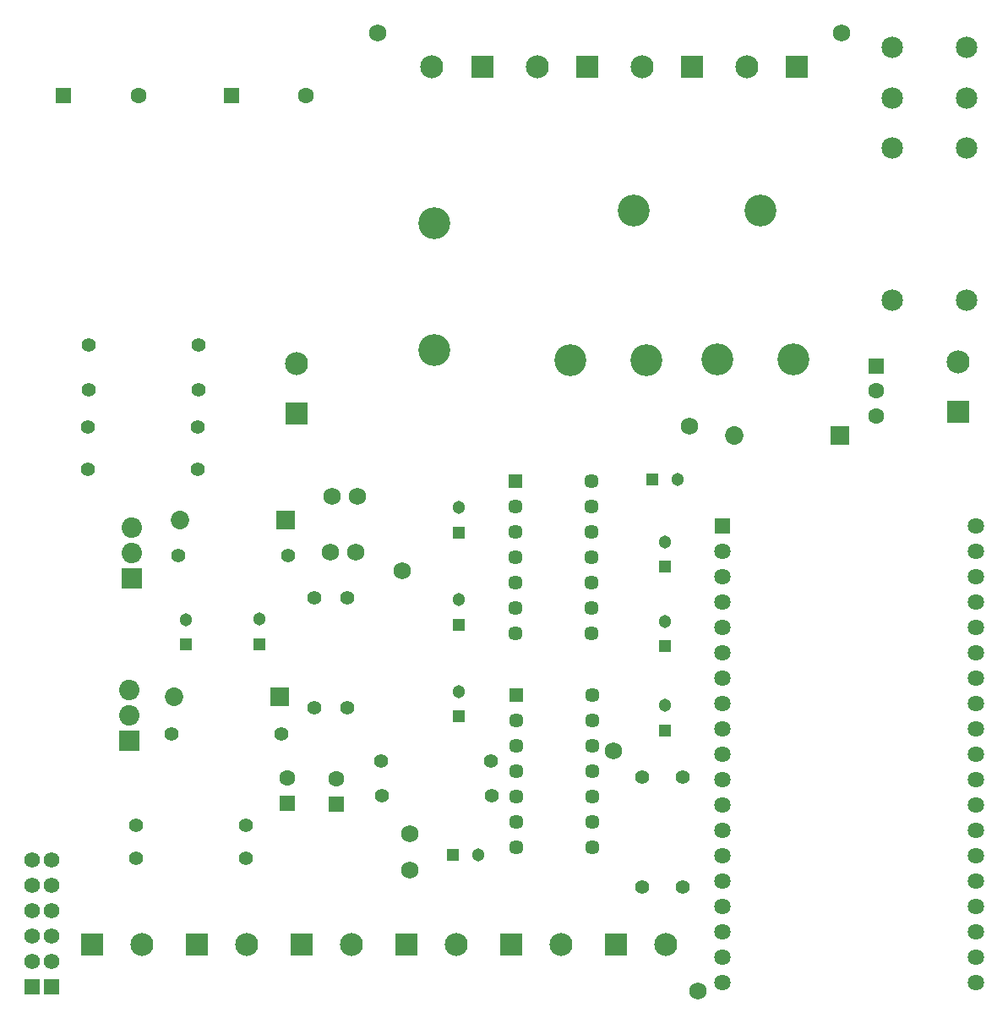
<source format=gts>
G04*
G04 #@! TF.GenerationSoftware,Altium Limited,Altium Designer,23.8.1 (32)*
G04*
G04 Layer_Color=8388736*
%FSLAX44Y44*%
%MOMM*%
G71*
G04*
G04 #@! TF.SameCoordinates,2C0D8033-C631-4263-A1FA-4DCE3A031024*
G04*
G04*
G04 #@! TF.FilePolarity,Negative*
G04*
G01*
G75*
%ADD13C,1.3032*%
%ADD14R,1.3032X1.3032*%
%ADD15R,1.3032X1.3032*%
%ADD16R,1.5732X1.5732*%
%ADD17C,1.5732*%
%ADD18C,2.3032*%
%ADD19R,2.3032X2.3032*%
%ADD20R,1.6032X1.6032*%
%ADD21C,1.6032*%
%ADD22R,1.6300X1.6300*%
%ADD23C,1.6300*%
%ADD24R,1.8532X1.8532*%
%ADD25C,1.8532*%
%ADD26C,1.7272*%
%ADD27C,3.2032*%
%ADD28R,1.6032X1.6032*%
%ADD29C,1.4032*%
%ADD30R,2.3032X2.3032*%
%ADD31R,1.4532X1.4532*%
%ADD32C,1.4532*%
%ADD33C,2.1532*%
%ADD34C,2.0482*%
%ADD35R,2.0482X2.0482*%
D13*
X1458780Y1213358D02*
D03*
X1239520Y1001576D02*
D03*
X966470Y1073404D02*
D03*
X1039876Y1073966D02*
D03*
X1446276Y987552D02*
D03*
X1446280Y1151382D02*
D03*
Y1071626D02*
D03*
X1258878Y838200D02*
D03*
X1239520Y1185780D02*
D03*
Y1093270D02*
D03*
D14*
X1433780Y1213358D02*
D03*
X1233878Y838200D02*
D03*
D15*
X1239520Y976576D02*
D03*
X966470Y1048404D02*
D03*
X1039876Y1048966D02*
D03*
X1446276Y962552D02*
D03*
X1446280Y1126382D02*
D03*
Y1046626D02*
D03*
X1239520Y1160780D02*
D03*
Y1068270D02*
D03*
D16*
X811784Y705612D02*
D03*
X831596Y705610D02*
D03*
D17*
X811784Y731012D02*
D03*
Y756412D02*
D03*
Y781812D02*
D03*
Y807212D02*
D03*
Y832612D02*
D03*
X831596Y731010D02*
D03*
Y756410D02*
D03*
Y781810D02*
D03*
Y807210D02*
D03*
Y832610D02*
D03*
D18*
X1447254Y747710D02*
D03*
X1739900Y1331576D02*
D03*
X1236980Y747710D02*
D03*
X1342098D02*
D03*
X1423054Y1627124D02*
D03*
X1318044D02*
D03*
X1212888D02*
D03*
X1528064D02*
D03*
X1076706Y1329652D02*
D03*
X1132078Y747710D02*
D03*
X1027138D02*
D03*
X922020D02*
D03*
D19*
X1397254D02*
D03*
X1186980D02*
D03*
X1292098D02*
D03*
X1473054Y1627124D02*
D03*
X1368044D02*
D03*
X1262888D02*
D03*
X1578064D02*
D03*
X1082078Y747710D02*
D03*
X977138D02*
D03*
X872020D02*
D03*
D20*
X1011612Y1597910D02*
D03*
X843626Y1597914D02*
D03*
D21*
X1086612Y1597910D02*
D03*
X918626Y1597914D02*
D03*
X1116838Y913638D02*
D03*
X1067562Y914654D02*
D03*
X1657658Y1302258D02*
D03*
Y1277258D02*
D03*
D22*
X1503680Y1167130D02*
D03*
D23*
Y1141730D02*
D03*
Y1116330D02*
D03*
Y1090930D02*
D03*
Y1065530D02*
D03*
Y1040130D02*
D03*
Y1014730D02*
D03*
Y989330D02*
D03*
Y963930D02*
D03*
Y938530D02*
D03*
Y913130D02*
D03*
Y887730D02*
D03*
Y862330D02*
D03*
Y836930D02*
D03*
Y811530D02*
D03*
Y786130D02*
D03*
Y760730D02*
D03*
Y735330D02*
D03*
Y709930D02*
D03*
X1757680D02*
D03*
Y735330D02*
D03*
Y760730D02*
D03*
Y786130D02*
D03*
Y811530D02*
D03*
Y836930D02*
D03*
Y862330D02*
D03*
Y887730D02*
D03*
Y913130D02*
D03*
Y938530D02*
D03*
Y963930D02*
D03*
Y989330D02*
D03*
Y1014730D02*
D03*
Y1040130D02*
D03*
Y1065530D02*
D03*
Y1090930D02*
D03*
Y1116330D02*
D03*
Y1141730D02*
D03*
Y1167130D02*
D03*
D24*
X1621704Y1258062D02*
D03*
X1066460Y1173226D02*
D03*
X1060110Y995934D02*
D03*
D25*
X1515704Y1258062D02*
D03*
X960460Y1173226D02*
D03*
X954110Y995934D02*
D03*
D26*
X1470914Y1267460D02*
D03*
X1112774Y1196594D02*
D03*
X1138174D02*
D03*
X1157986Y1660650D02*
D03*
X1623314Y1660652D02*
D03*
X1183132Y1122680D02*
D03*
X1190244Y822960D02*
D03*
X1479550Y701548D02*
D03*
X1190240Y859282D02*
D03*
X1394206Y941578D02*
D03*
X1110996Y1140968D02*
D03*
X1136396D02*
D03*
D27*
X1427480Y1333500D02*
D03*
X1214882Y1343406D02*
D03*
Y1470406D02*
D03*
X1414780Y1483106D02*
D03*
X1541780D02*
D03*
X1351280Y1333500D02*
D03*
X1498854Y1333754D02*
D03*
X1575054D02*
D03*
D28*
X1116838Y888238D02*
D03*
X1067562Y889254D02*
D03*
X1657658Y1327258D02*
D03*
D29*
X1026432Y867664D02*
D03*
X916432D02*
D03*
X1026550Y834644D02*
D03*
X916550D02*
D03*
X1128014Y1095130D02*
D03*
Y985130D02*
D03*
X868036Y1223772D02*
D03*
X978036D02*
D03*
X978038Y1265936D02*
D03*
X868038D02*
D03*
X1463548Y915552D02*
D03*
Y805552D02*
D03*
X1422908D02*
D03*
Y915552D02*
D03*
X1068460Y1137666D02*
D03*
X958460D02*
D03*
X1062110Y959104D02*
D03*
X952110D02*
D03*
X1161660Y931418D02*
D03*
X1271660D02*
D03*
X1272930Y896874D02*
D03*
X1162930D02*
D03*
X1094994Y1095130D02*
D03*
Y985130D02*
D03*
X868544Y1303528D02*
D03*
X978544D02*
D03*
X868544Y1347978D02*
D03*
X978544D02*
D03*
D30*
X1739900Y1281576D02*
D03*
X1076706Y1279652D02*
D03*
D31*
X1296162Y1211834D02*
D03*
X1296924Y997458D02*
D03*
D32*
X1296162Y1186434D02*
D03*
Y1161034D02*
D03*
Y1135634D02*
D03*
Y1110234D02*
D03*
Y1084834D02*
D03*
Y1059434D02*
D03*
X1372362D02*
D03*
Y1084834D02*
D03*
Y1110234D02*
D03*
Y1135634D02*
D03*
Y1161034D02*
D03*
Y1186434D02*
D03*
Y1211834D02*
D03*
X1296924Y972058D02*
D03*
Y946658D02*
D03*
Y921258D02*
D03*
Y895858D02*
D03*
Y870458D02*
D03*
Y845058D02*
D03*
X1373124D02*
D03*
Y870458D02*
D03*
Y895858D02*
D03*
Y921258D02*
D03*
Y946658D02*
D03*
Y972058D02*
D03*
Y997458D02*
D03*
D33*
X1673790Y1392990D02*
D03*
X1748790D02*
D03*
X1673790Y1595990D02*
D03*
X1748790D02*
D03*
X1673790Y1545590D02*
D03*
X1748790D02*
D03*
X1673790Y1646390D02*
D03*
X1748790D02*
D03*
D34*
X912114Y1165352D02*
D03*
Y1139952D02*
D03*
X909574Y977392D02*
D03*
Y1002792D02*
D03*
D35*
X912114Y1114552D02*
D03*
X909574Y951992D02*
D03*
M02*

</source>
